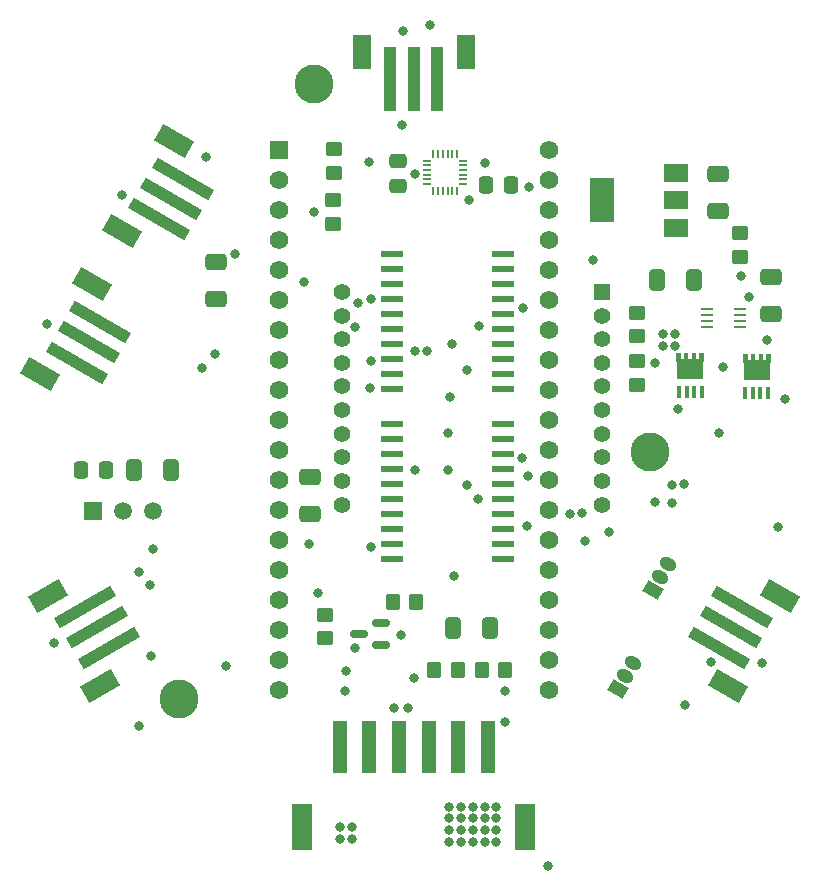
<source format=gbr>
%TF.GenerationSoftware,KiCad,Pcbnew,(5.99.0-10211-g744e70df36)*%
%TF.CreationDate,2021-04-29T03:04:50-06:00*%
%TF.ProjectId,spinnybot-motherboad,7370696e-6e79-4626-9f74-2d6d6f746865,rev?*%
%TF.SameCoordinates,Original*%
%TF.FileFunction,Soldermask,Bot*%
%TF.FilePolarity,Negative*%
%FSLAX46Y46*%
G04 Gerber Fmt 4.6, Leading zero omitted, Abs format (unit mm)*
G04 Created by KiCad (PCBNEW (5.99.0-10211-g744e70df36)) date 2021-04-29 03:04:50*
%MOMM*%
%LPD*%
G01*
G04 APERTURE LIST*
G04 Aperture macros list*
%AMRoundRect*
0 Rectangle with rounded corners*
0 $1 Rounding radius*
0 $2 $3 $4 $5 $6 $7 $8 $9 X,Y pos of 4 corners*
0 Add a 4 corners polygon primitive as box body*
4,1,4,$2,$3,$4,$5,$6,$7,$8,$9,$2,$3,0*
0 Add four circle primitives for the rounded corners*
1,1,$1+$1,$2,$3*
1,1,$1+$1,$4,$5*
1,1,$1+$1,$6,$7*
1,1,$1+$1,$8,$9*
0 Add four rect primitives between the rounded corners*
20,1,$1+$1,$2,$3,$4,$5,0*
20,1,$1+$1,$4,$5,$6,$7,0*
20,1,$1+$1,$6,$7,$8,$9,0*
20,1,$1+$1,$8,$9,$2,$3,0*%
%AMHorizOval*
0 Thick line with rounded ends*
0 $1 width*
0 $2 $3 position (X,Y) of the first rounded end (center of the circle)*
0 $4 $5 position (X,Y) of the second rounded end (center of the circle)*
0 Add line between two ends*
20,1,$1,$2,$3,$4,$5,0*
0 Add two circle primitives to create the rounded ends*
1,1,$1,$2,$3*
1,1,$1,$4,$5*%
%AMRotRect*
0 Rectangle, with rotation*
0 The origin of the aperture is its center*
0 $1 length*
0 $2 width*
0 $3 Rotation angle, in degrees counterclockwise*
0 Add horizontal line*
21,1,$1,$2,0,0,$3*%
%AMFreePoly0*
4,1,21,1.372500,0.787500,0.862500,0.787500,0.862500,0.532500,1.372500,0.532500,1.372500,0.127500,0.862500,0.127500,0.862500,-0.127500,1.372500,-0.127500,1.372500,-0.532500,0.862500,-0.532500,0.862500,-0.787500,1.372500,-0.787500,1.372500,-1.195000,0.612500,-1.195000,0.612500,-1.117500,-0.862500,-1.117500,-0.862500,1.117500,0.612500,1.117500,0.612500,1.195000,1.372500,1.195000,
1.372500,0.787500,1.372500,0.787500,$1*%
G04 Aperture macros list end*
%ADD10RotRect,1.050000X1.500000X60.000000*%
%ADD11HorizOval,1.050000X-0.194856X0.112500X0.194856X-0.112500X0*%
%ADD12C,3.300000*%
%ADD13R,1.508000X1.508000*%
%ADD14C,1.508000*%
%ADD15C,0.800000*%
%ADD16R,1.560000X1.560000*%
%ADD17C,1.560000*%
%ADD18RoundRect,0.250000X0.450000X-0.350000X0.450000X0.350000X-0.450000X0.350000X-0.450000X-0.350000X0*%
%ADD19RoundRect,0.250000X-0.650000X0.412500X-0.650000X-0.412500X0.650000X-0.412500X0.650000X0.412500X0*%
%ADD20R,2.000000X1.500000*%
%ADD21R,2.000000X3.800000*%
%ADD22RoundRect,0.250000X-0.337500X-0.475000X0.337500X-0.475000X0.337500X0.475000X-0.337500X0.475000X0*%
%ADD23RoundRect,0.250000X-0.450000X0.350000X-0.450000X-0.350000X0.450000X-0.350000X0.450000X0.350000X0*%
%ADD24RoundRect,0.250000X0.650000X-0.412500X0.650000X0.412500X-0.650000X0.412500X-0.650000X-0.412500X0*%
%ADD25RotRect,1.000000X5.500000X300.000000*%
%ADD26RotRect,1.600000X3.000000X300.000000*%
%ADD27RoundRect,0.250000X0.412500X0.650000X-0.412500X0.650000X-0.412500X-0.650000X0.412500X-0.650000X0*%
%ADD28RoundRect,0.250000X0.350000X0.450000X-0.350000X0.450000X-0.350000X-0.450000X0.350000X-0.450000X0*%
%ADD29RoundRect,0.250000X0.337500X0.475000X-0.337500X0.475000X-0.337500X-0.475000X0.337500X-0.475000X0*%
%ADD30R,0.640000X0.220000*%
%ADD31R,0.220000X0.640000*%
%ADD32R,0.405000X0.990000*%
%ADD33FreePoly0,90.000000*%
%ADD34R,1.120000X0.270000*%
%ADD35R,1.969999X0.558000*%
%ADD36RoundRect,0.250000X0.475000X-0.337500X0.475000X0.337500X-0.475000X0.337500X-0.475000X-0.337500X0*%
%ADD37R,1.000000X5.500000*%
%ADD38R,1.600000X3.000000*%
%ADD39RotRect,1.000000X5.500000X240.000000*%
%ADD40RotRect,1.600000X3.000000X240.000000*%
%ADD41RoundRect,0.150000X0.587500X0.150000X-0.587500X0.150000X-0.587500X-0.150000X0.587500X-0.150000X0*%
%ADD42RotRect,1.000000X5.500000X60.000000*%
%ADD43RotRect,1.600000X3.000000X60.000000*%
%ADD44RoundRect,0.250000X-0.350000X-0.450000X0.350000X-0.450000X0.350000X0.450000X-0.350000X0.450000X0*%
%ADD45R,1.295400X4.495800*%
%ADD46R,1.803400X3.911600*%
%ADD47R,1.400000X1.400000*%
%ADD48C,1.400000*%
G04 APERTURE END LIST*
D10*
%TO.C,Q4*%
X190036769Y-124129853D03*
D11*
X190671769Y-123030001D03*
X191306769Y-121930148D03*
%TD*%
D10*
%TO.C,Q5*%
X193006769Y-115739853D03*
D11*
X193641769Y-114640001D03*
X194276769Y-113540148D03*
%TD*%
D12*
%TO.C,H4*%
X192810000Y-104060000D03*
%TD*%
%TO.C,H1*%
X152920000Y-125000000D03*
%TD*%
D13*
%TO.C,PS1*%
X145650000Y-109010000D03*
D14*
X148190000Y-109010000D03*
X150730000Y-109010000D03*
%TD*%
D12*
%TO.C,H3*%
X164290000Y-72930000D03*
%TD*%
D15*
%TO.C,J5*%
X175777142Y-137065517D03*
X178777142Y-134065517D03*
X178777142Y-135065517D03*
X176777142Y-136065517D03*
X177777142Y-134065517D03*
X176777142Y-137065517D03*
X179777142Y-135065517D03*
X177777142Y-137065517D03*
X179777142Y-136065517D03*
X177777142Y-136065517D03*
X176777142Y-134065517D03*
X176777142Y-135065517D03*
X177777142Y-135065517D03*
X179777142Y-134065517D03*
X175777142Y-136065517D03*
X179777142Y-137065517D03*
X178777142Y-137065517D03*
X178777142Y-136065517D03*
X175777142Y-135065517D03*
X175777142Y-134065517D03*
%TD*%
D16*
%TO.C,U5*%
X161327142Y-78435517D03*
D17*
X161327142Y-80975517D03*
X161327142Y-83515517D03*
X161327142Y-86055517D03*
X161327142Y-88595517D03*
X161327142Y-91135517D03*
X161327142Y-93675517D03*
X161327142Y-96215517D03*
X161327142Y-98755517D03*
X161327142Y-101295517D03*
X161327142Y-103835517D03*
X161327142Y-106375517D03*
X161327142Y-108915517D03*
X161327142Y-111455517D03*
X161327142Y-113995517D03*
X161327142Y-116535517D03*
X161327142Y-119075517D03*
X161327142Y-121615517D03*
X161327142Y-124155517D03*
X184227142Y-78435517D03*
X184227142Y-80975517D03*
X184227142Y-83515517D03*
X184227142Y-86055517D03*
X184227142Y-88595517D03*
X184227142Y-91135517D03*
X184227142Y-93675517D03*
X184227142Y-96215517D03*
X184227142Y-98755517D03*
X184227142Y-101295517D03*
X184227142Y-103835517D03*
X184227142Y-106375517D03*
X184227142Y-108915517D03*
X184227142Y-111455517D03*
X184227142Y-113995517D03*
X184227142Y-116535517D03*
X184227142Y-119075517D03*
X184227142Y-121615517D03*
X184227142Y-124155517D03*
%TD*%
D18*
%TO.C,R7*%
X191640000Y-98370000D03*
X191640000Y-96370000D03*
%TD*%
D19*
%TO.C,C6*%
X202990000Y-89257500D03*
X202990000Y-92382500D03*
%TD*%
D20*
%TO.C,U1*%
X195010000Y-80450000D03*
D21*
X188710000Y-82750000D03*
D20*
X195010000Y-82750000D03*
X195010000Y-85050000D03*
%TD*%
D22*
%TO.C,C8*%
X178923760Y-81480000D03*
X180998760Y-81480000D03*
%TD*%
D23*
%TO.C,R12*%
X165990000Y-78400000D03*
X165990000Y-80400000D03*
%TD*%
D24*
%TO.C,C9*%
X164010000Y-109262500D03*
X164010000Y-106137500D03*
%TD*%
D25*
%TO.C,J14*%
X144947846Y-117171061D03*
X145947846Y-118903112D03*
X146947846Y-120635163D03*
D26*
X146199289Y-123838624D03*
X141799289Y-116217600D03*
%TD*%
D27*
%TO.C,C1*%
X179222500Y-118920000D03*
X176097500Y-118920000D03*
%TD*%
D23*
%TO.C,R6*%
X200360000Y-85530000D03*
X200360000Y-87530000D03*
%TD*%
D28*
%TO.C,R1*%
X180530000Y-122470000D03*
X178530000Y-122470000D03*
%TD*%
D23*
%TO.C,R11*%
X165300000Y-117820000D03*
X165300000Y-119820000D03*
%TD*%
D28*
%TO.C,R2*%
X176480000Y-122470000D03*
X174480000Y-122470000D03*
%TD*%
D29*
%TO.C,C2*%
X146696988Y-105598461D03*
X144621988Y-105598461D03*
%TD*%
D18*
%TO.C,R8*%
X191640000Y-94240000D03*
X191640000Y-92240000D03*
%TD*%
D30*
%TO.C,U4*%
X176983760Y-79370000D03*
X176983760Y-79770000D03*
X176983760Y-80170000D03*
X176983760Y-80570000D03*
X176983760Y-80970000D03*
X176983760Y-81370000D03*
D31*
X176438760Y-81915000D03*
X176038760Y-81915000D03*
X175638760Y-81915000D03*
X175238760Y-81915000D03*
X174838760Y-81915000D03*
X174438760Y-81915000D03*
D30*
X173893760Y-81370000D03*
X173893760Y-80970000D03*
X173893760Y-80570000D03*
X173893760Y-80170000D03*
X173893760Y-79770000D03*
X173893760Y-79370000D03*
D31*
X174438760Y-78825000D03*
X174838760Y-78825000D03*
X175238760Y-78825000D03*
X175638760Y-78825000D03*
X176038760Y-78825000D03*
X176438760Y-78825000D03*
%TD*%
D32*
%TO.C,Q1*%
X202790000Y-99062500D03*
X202130000Y-99062500D03*
X201470000Y-99062500D03*
X200810000Y-99062500D03*
D33*
X201800000Y-97070000D03*
%TD*%
D18*
%TO.C,R13*%
X165950000Y-84720000D03*
X165950000Y-82720000D03*
%TD*%
D27*
%TO.C,C5*%
X196522500Y-89510000D03*
X193397500Y-89510000D03*
%TD*%
D34*
%TO.C,U3*%
X200395000Y-91962500D03*
X200395000Y-92462500D03*
X200395000Y-92962500D03*
X200395000Y-93462500D03*
X197585000Y-93462500D03*
X197585000Y-92962500D03*
X197585000Y-92462500D03*
X197585000Y-91962500D03*
%TD*%
D32*
%TO.C,Q2*%
X197190000Y-98995000D03*
X196530000Y-98995000D03*
X195870000Y-98995000D03*
X195210000Y-98995000D03*
D33*
X196200000Y-97002500D03*
%TD*%
D35*
%TO.C,U7*%
X170963700Y-113145000D03*
X170963700Y-111875000D03*
X170963700Y-110605000D03*
X170963700Y-109335000D03*
X170963700Y-108065000D03*
X170963700Y-106795000D03*
X170963700Y-105525000D03*
X170963700Y-104255000D03*
X170963700Y-102985000D03*
X170963700Y-101715000D03*
X180336300Y-101715000D03*
X180336300Y-102985000D03*
X180336300Y-104255000D03*
X180336300Y-105525000D03*
X180336300Y-106795000D03*
X180336300Y-108065000D03*
X180336300Y-109335000D03*
X180336300Y-110605000D03*
X180336300Y-111875000D03*
X180336300Y-113145000D03*
%TD*%
D36*
%TO.C,C7*%
X171481260Y-81517500D03*
X171481260Y-79442500D03*
%TD*%
D37*
%TO.C,J2*%
X174777142Y-72445518D03*
X172777142Y-72445518D03*
X170777142Y-72445518D03*
D38*
X168377142Y-70195518D03*
X177177142Y-70195518D03*
%TD*%
D35*
%TO.C,U6*%
X180346300Y-87305000D03*
X180346300Y-88575000D03*
X180346300Y-89845000D03*
X180346300Y-91115000D03*
X180346300Y-92385000D03*
X180346300Y-93655000D03*
X180346300Y-94925000D03*
X180346300Y-96195000D03*
X180346300Y-97465000D03*
X180346300Y-98735000D03*
X170973700Y-98735000D03*
X170973700Y-97465000D03*
X170973700Y-96195000D03*
X170973700Y-94925000D03*
X170973700Y-93655000D03*
X170973700Y-92385000D03*
X170973700Y-91115000D03*
X170973700Y-89845000D03*
X170973700Y-88575000D03*
X170973700Y-87305000D03*
%TD*%
D39*
%TO.C,J11*%
X153244937Y-80896288D03*
X152244937Y-82628339D03*
X151244937Y-84360390D03*
D40*
X148096380Y-85313851D03*
X152496380Y-77692827D03*
%TD*%
D41*
%TO.C,Q3*%
X170017500Y-118490000D03*
X170017500Y-120390000D03*
X168142500Y-119440000D03*
%TD*%
D42*
%TO.C,J13*%
X198594046Y-120635948D03*
X199594046Y-118903897D03*
X200594046Y-117171846D03*
D43*
X203742603Y-116218385D03*
X199342603Y-123839409D03*
%TD*%
D44*
%TO.C,R17*%
X171000000Y-116750000D03*
X173000000Y-116750000D03*
%TD*%
D27*
%TO.C,C3*%
X152232500Y-105598461D03*
X149107500Y-105598461D03*
%TD*%
D45*
%TO.C,J7*%
X179027142Y-129011716D03*
X176527142Y-129011716D03*
X174027142Y-129011716D03*
X171527142Y-129011716D03*
X169027142Y-129011716D03*
X166527142Y-129011716D03*
D46*
X182227141Y-135811716D03*
X163327143Y-135811716D03*
%TD*%
D24*
%TO.C,C4*%
X198575000Y-83662500D03*
X198575000Y-80537500D03*
%TD*%
D47*
%TO.C,U2*%
X188700000Y-90500000D03*
D48*
X188700000Y-92500000D03*
X188700000Y-94500000D03*
X188700000Y-96500000D03*
X188700000Y-98500000D03*
X188700000Y-100500000D03*
X188700000Y-102500000D03*
X188700000Y-104500000D03*
X188700000Y-106500000D03*
X188700000Y-108500000D03*
X166700000Y-108500000D03*
X166700000Y-106500000D03*
X166700000Y-104500000D03*
X166700000Y-102500000D03*
X166700000Y-100500000D03*
X166700000Y-98500000D03*
X166700000Y-96500000D03*
X166700000Y-94500000D03*
X166700000Y-92500000D03*
X166700000Y-90500000D03*
%TD*%
D39*
%TO.C,J9*%
X146244937Y-93020644D03*
X145244937Y-94752695D03*
X144244937Y-96484746D03*
D40*
X141096380Y-97438207D03*
X145496380Y-89817183D03*
%TD*%
D24*
%TO.C,C10*%
X156000000Y-91102500D03*
X156000000Y-87977500D03*
%TD*%
D15*
X150730000Y-112280000D03*
X155170000Y-79110000D03*
X171830000Y-68410000D03*
X194620000Y-108340000D03*
X155980000Y-95750000D03*
X164630000Y-116010000D03*
X154879603Y-96898246D03*
X195620000Y-106760000D03*
X200480000Y-89140000D03*
X163900000Y-111810000D03*
X150460000Y-115280000D03*
X167770000Y-120600000D03*
X156840000Y-122160000D03*
X175810000Y-99380000D03*
X175640000Y-102480000D03*
X167000000Y-122610000D03*
X189290000Y-110820000D03*
X157620000Y-87290000D03*
X198620000Y-102410000D03*
X177300000Y-97120000D03*
X182560000Y-81600000D03*
X195127579Y-100376187D03*
X193180000Y-96530000D03*
X195740000Y-125440000D03*
X184180000Y-139100000D03*
X142300000Y-120210000D03*
X202240000Y-121940000D03*
X174110000Y-67930000D03*
X150520000Y-121330000D03*
X149540000Y-127250000D03*
X202680000Y-94530000D03*
X204230000Y-99570000D03*
X203650000Y-110410000D03*
X169020000Y-79510000D03*
X171760000Y-76350000D03*
X182480000Y-106070000D03*
X149480000Y-114180000D03*
X178180000Y-108060000D03*
X197910000Y-121850000D03*
X182350000Y-110340000D03*
X177250000Y-106800000D03*
X166920000Y-124320000D03*
X176180000Y-114580000D03*
X171670000Y-119570000D03*
X181980679Y-104579321D03*
X168070000Y-91410000D03*
X163480000Y-89690000D03*
X164360000Y-83740000D03*
X167550000Y-136800000D03*
X180530000Y-124310000D03*
X166550000Y-136800000D03*
X166550000Y-135800000D03*
X167550000Y-135800000D03*
X180530000Y-126910000D03*
X177480000Y-82750000D03*
X172920000Y-80500000D03*
X172770000Y-123160000D03*
X172900000Y-95510000D03*
X175680000Y-105610000D03*
X172900000Y-105600000D03*
X176010000Y-94910000D03*
X172300000Y-125690000D03*
X167820000Y-93470000D03*
X173900000Y-95510000D03*
X187990000Y-87750000D03*
X171100000Y-125680000D03*
X182000000Y-91830000D03*
X178290000Y-93350000D03*
X178780000Y-79590000D03*
X187300000Y-111610000D03*
X198920000Y-96820000D03*
X194870000Y-94050000D03*
X194870000Y-95050000D03*
X193870000Y-94090610D03*
X193870000Y-95050000D03*
X187010000Y-109250000D03*
X148045743Y-82324257D03*
X185990000Y-109260000D03*
X141750000Y-93170000D03*
X169180000Y-91090000D03*
X169180000Y-96350000D03*
X169180000Y-112100000D03*
X169100000Y-98620000D03*
X201120000Y-90940000D03*
X193180000Y-108320000D03*
X194610000Y-106880000D03*
M02*

</source>
